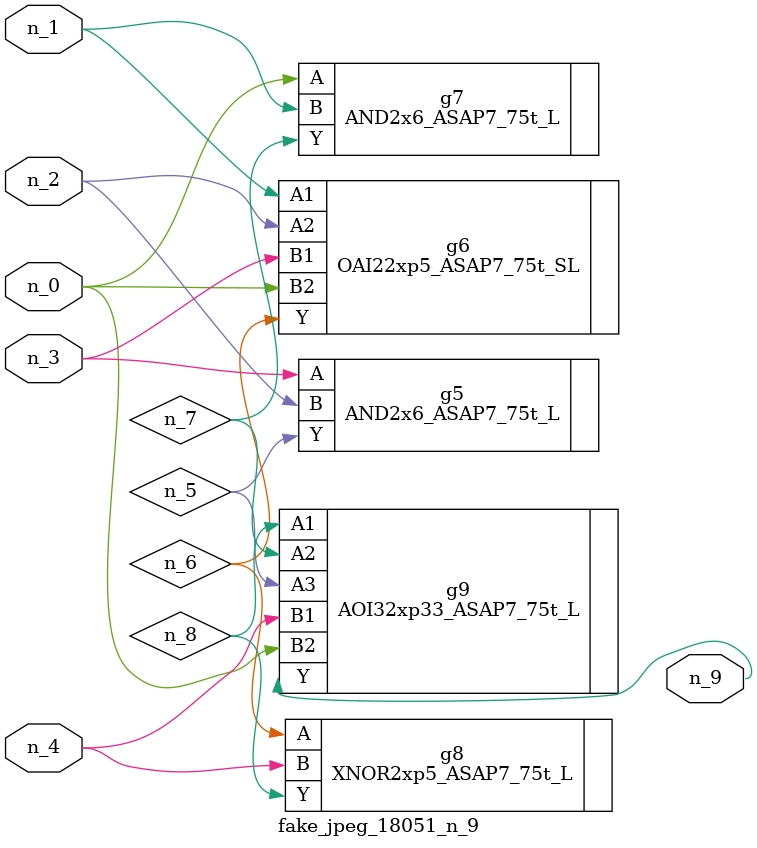
<source format=v>
module fake_jpeg_18051_n_9 (n_3, n_2, n_1, n_0, n_4, n_9);

input n_3;
input n_2;
input n_1;
input n_0;
input n_4;

output n_9;

wire n_8;
wire n_6;
wire n_5;
wire n_7;

AND2x6_ASAP7_75t_L g5 ( 
.A(n_3),
.B(n_2),
.Y(n_5)
);

OAI22xp5_ASAP7_75t_SL g6 ( 
.A1(n_1),
.A2(n_2),
.B1(n_3),
.B2(n_0),
.Y(n_6)
);

AND2x6_ASAP7_75t_L g7 ( 
.A(n_0),
.B(n_1),
.Y(n_7)
);

XNOR2xp5_ASAP7_75t_L g8 ( 
.A(n_6),
.B(n_4),
.Y(n_8)
);

AOI32xp33_ASAP7_75t_L g9 ( 
.A1(n_8),
.A2(n_7),
.A3(n_5),
.B1(n_4),
.B2(n_0),
.Y(n_9)
);


endmodule
</source>
